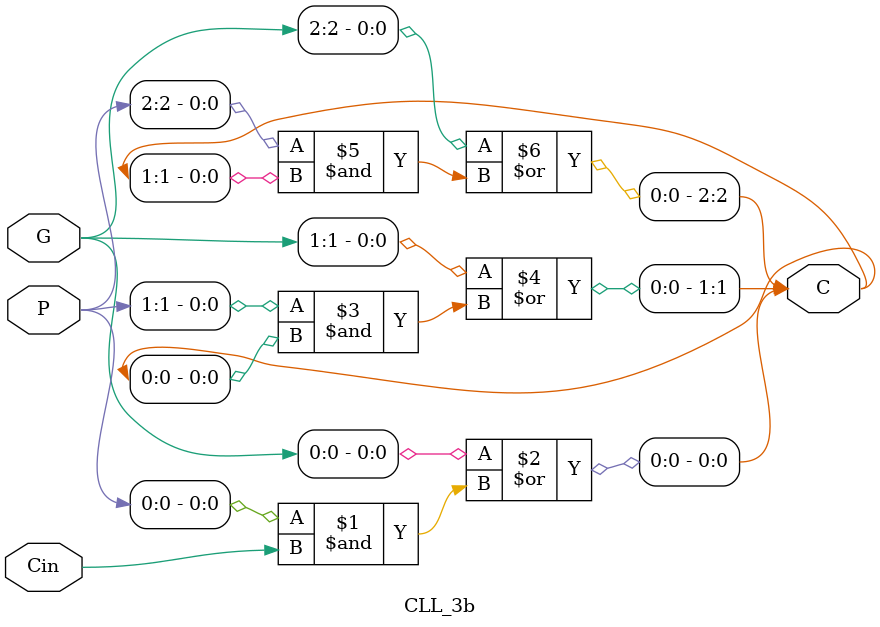
<source format=sv>
`timescale 1ns/1ns
module CLL_3b(
    input Cin,
    input [2:0] G,
    input [2:0] P,

    output [2:0] C
);


    assign #1 C[0] = G[0] | (P[0] & Cin);
    assign #1 C[1] = G[1] | (P[1] & C[0]);
    assign #1 C[2] = G[2] | (P[2] & C[1]);


endmodule

</source>
